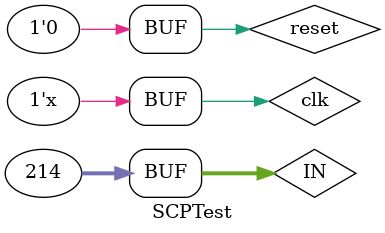
<source format=v>

`timescale 1ns / 1ps


module SCPTest();
parameter n = 32;

reg clk,reset;
reg [n-1:0]  IN;
wire [n-1:0] OUT;

SCPTop #(n)  top(clk,reset,IN,OUT);

always #1 clk = ~clk;

initial begin
clk 	= 1'b0;
reset	= 1'b1;
#3;
reset	= 1'b0;
IN	= 8'b11010110;	// External input
end

endmodule
 
</source>
